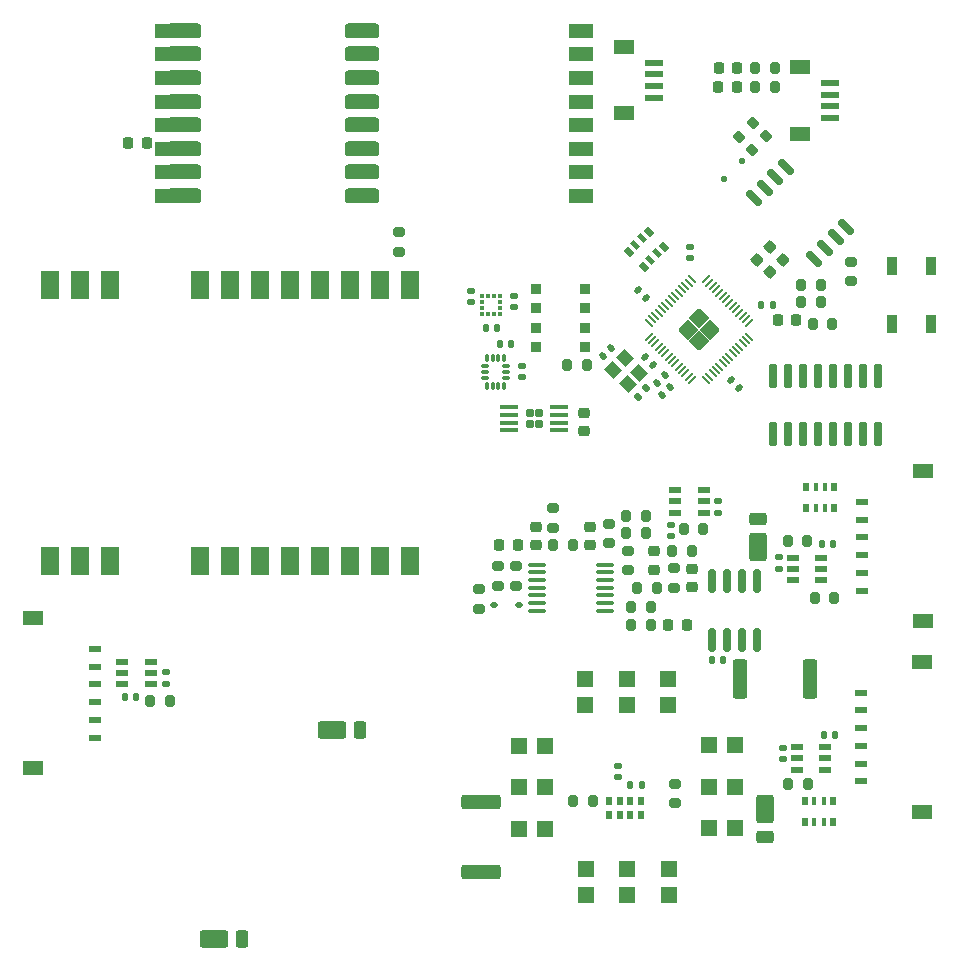
<source format=gbr>
%TF.GenerationSoftware,KiCad,Pcbnew,8.0.7*%
%TF.CreationDate,2025-03-06T17:29:39-08:00*%
%TF.ProjectId,FC_V5,46435f56-352e-46b6-9963-61645f706362,rev?*%
%TF.SameCoordinates,Original*%
%TF.FileFunction,Paste,Top*%
%TF.FilePolarity,Positive*%
%FSLAX46Y46*%
G04 Gerber Fmt 4.6, Leading zero omitted, Abs format (unit mm)*
G04 Created by KiCad (PCBNEW 8.0.7) date 2025-03-06 17:29:39*
%MOMM*%
%LPD*%
G01*
G04 APERTURE LIST*
G04 Aperture macros list*
%AMRoundRect*
0 Rectangle with rounded corners*
0 $1 Rounding radius*
0 $2 $3 $4 $5 $6 $7 $8 $9 X,Y pos of 4 corners*
0 Add a 4 corners polygon primitive as box body*
4,1,4,$2,$3,$4,$5,$6,$7,$8,$9,$2,$3,0*
0 Add four circle primitives for the rounded corners*
1,1,$1+$1,$2,$3*
1,1,$1+$1,$4,$5*
1,1,$1+$1,$6,$7*
1,1,$1+$1,$8,$9*
0 Add four rect primitives between the rounded corners*
20,1,$1+$1,$2,$3,$4,$5,0*
20,1,$1+$1,$4,$5,$6,$7,0*
20,1,$1+$1,$6,$7,$8,$9,0*
20,1,$1+$1,$8,$9,$2,$3,0*%
%AMRotRect*
0 Rectangle, with rotation*
0 The origin of the aperture is its center*
0 $1 length*
0 $2 width*
0 $3 Rotation angle, in degrees counterclockwise*
0 Add horizontal line*
21,1,$1,$2,0,0,$3*%
%AMFreePoly0*
4,1,19,0.563745,0.600348,0.608674,0.548496,0.619677,0.497915,0.619677,-0.497915,0.600348,-0.563745,0.548496,-0.608674,0.497915,-0.619677,-0.497915,-0.619677,-0.563745,-0.600348,-0.608674,-0.548496,-0.619677,-0.497915,-0.619677,0.397045,-0.600348,0.462875,-0.584014,0.483144,-0.483144,0.584014,-0.422927,0.616893,-0.397045,0.619677,0.497915,0.619677,0.563745,0.600348,0.563745,0.600348,
$1*%
%AMFreePoly1*
4,1,19,0.563745,0.600348,0.608674,0.548496,0.619677,0.497915,0.619677,-0.497915,0.600348,-0.563745,0.548496,-0.608674,0.497915,-0.619677,-0.397045,-0.619677,-0.462875,-0.600348,-0.483144,-0.584014,-0.584014,-0.483144,-0.616893,-0.422927,-0.619677,-0.397045,-0.619677,0.497915,-0.600348,0.563745,-0.548496,0.608674,-0.497915,0.619677,0.497915,0.619677,0.563745,0.600348,0.563745,0.600348,
$1*%
%AMFreePoly2*
4,1,19,0.462875,0.600348,0.483144,0.584014,0.584014,0.483144,0.616893,0.422927,0.619677,0.397045,0.619677,-0.497915,0.600348,-0.563745,0.548496,-0.608674,0.497915,-0.619677,-0.497915,-0.619677,-0.563745,-0.600348,-0.608674,-0.548496,-0.619677,-0.497915,-0.619677,0.497915,-0.600348,0.563745,-0.548496,0.608674,-0.497915,0.619677,0.397045,0.619677,0.462875,0.600348,0.462875,0.600348,
$1*%
%AMFreePoly3*
4,1,19,0.563745,0.600348,0.608674,0.548496,0.619677,0.497915,0.619677,-0.397045,0.600348,-0.462875,0.584014,-0.483144,0.483144,-0.584014,0.422927,-0.616893,0.397045,-0.619677,-0.497915,-0.619677,-0.563745,-0.600348,-0.608674,-0.548496,-0.619677,-0.497915,-0.619677,0.497915,-0.600348,0.563745,-0.548496,0.608674,-0.497915,0.619677,0.497915,0.619677,0.563745,0.600348,0.563745,0.600348,
$1*%
G04 Aperture macros list end*
%ADD10RoundRect,0.225000X-0.250000X0.225000X-0.250000X-0.225000X0.250000X-0.225000X0.250000X0.225000X0*%
%ADD11RoundRect,0.140000X0.140000X0.170000X-0.140000X0.170000X-0.140000X-0.170000X0.140000X-0.170000X0*%
%ADD12R,1.000000X0.550000*%
%ADD13RoundRect,0.140000X-0.021213X0.219203X-0.219203X0.021213X0.021213X-0.219203X0.219203X-0.021213X0*%
%ADD14RoundRect,0.200000X-0.200000X-0.275000X0.200000X-0.275000X0.200000X0.275000X-0.200000X0.275000X0*%
%ADD15RoundRect,0.075000X0.225000X-0.910000X0.225000X0.910000X-0.225000X0.910000X-0.225000X-0.910000X0*%
%ADD16RoundRect,0.140000X-0.140000X-0.170000X0.140000X-0.170000X0.140000X0.170000X-0.140000X0.170000X0*%
%ADD17R,1.400000X1.400000*%
%ADD18RoundRect,0.140000X0.021213X-0.219203X0.219203X-0.021213X-0.021213X0.219203X-0.219203X0.021213X0*%
%ADD19RoundRect,0.218750X0.218750X0.256250X-0.218750X0.256250X-0.218750X-0.256250X0.218750X-0.256250X0*%
%ADD20R,1.000000X0.600000*%
%ADD21R,1.800000X1.250000*%
%ADD22RotRect,0.800000X0.500000X135.000000*%
%ADD23RotRect,0.800000X0.400000X135.000000*%
%ADD24RoundRect,0.140000X0.170000X-0.140000X0.170000X0.140000X-0.170000X0.140000X-0.170000X-0.140000X0*%
%ADD25R,0.900000X0.900000*%
%ADD26RoundRect,0.140000X-0.170000X0.140000X-0.170000X-0.140000X0.170000X-0.140000X0.170000X0.140000X0*%
%ADD27RoundRect,0.225000X0.017678X-0.335876X0.335876X-0.017678X-0.017678X0.335876X-0.335876X0.017678X0*%
%ADD28RoundRect,0.135000X-0.035355X0.226274X-0.226274X0.035355X0.035355X-0.226274X0.226274X-0.035355X0*%
%ADD29RoundRect,0.225000X-0.225000X-0.250000X0.225000X-0.250000X0.225000X0.250000X-0.225000X0.250000X0*%
%ADD30RoundRect,0.200000X-0.275000X0.200000X-0.275000X-0.200000X0.275000X-0.200000X0.275000X0.200000X0*%
%ADD31RoundRect,0.200000X0.200000X0.275000X-0.200000X0.275000X-0.200000X-0.275000X0.200000X-0.275000X0*%
%ADD32RoundRect,0.218750X0.256250X-0.218750X0.256250X0.218750X-0.256250X0.218750X-0.256250X-0.218750X0*%
%ADD33RotRect,1.150000X1.000000X315.000000*%
%ADD34RoundRect,0.250000X0.950000X0.500000X-0.950000X0.500000X-0.950000X-0.500000X0.950000X-0.500000X0*%
%ADD35RoundRect,0.250000X0.275000X0.500000X-0.275000X0.500000X-0.275000X-0.500000X0.275000X-0.500000X0*%
%ADD36RoundRect,0.140000X0.219203X0.021213X0.021213X0.219203X-0.219203X-0.021213X-0.021213X-0.219203X0*%
%ADD37RoundRect,0.200000X0.275000X-0.200000X0.275000X0.200000X-0.275000X0.200000X-0.275000X-0.200000X0*%
%ADD38R,0.500000X0.800000*%
%ADD39R,0.400000X0.800000*%
%ADD40RoundRect,0.200000X0.053033X-0.335876X0.335876X-0.053033X-0.053033X0.335876X-0.335876X0.053033X0*%
%ADD41RoundRect,0.100000X0.637500X0.100000X-0.637500X0.100000X-0.637500X-0.100000X0.637500X-0.100000X0*%
%ADD42R,2.000000X1.300000*%
%ADD43R,1.550000X0.600000*%
%ADD44R,1.800000X1.200000*%
%ADD45RoundRect,0.087500X0.087500X-0.225000X0.087500X0.225000X-0.087500X0.225000X-0.087500X-0.225000X0*%
%ADD46RoundRect,0.087500X0.225000X-0.087500X0.225000X0.087500X-0.225000X0.087500X-0.225000X-0.087500X0*%
%ADD47R,1.500000X2.400000*%
%ADD48RoundRect,0.150000X-0.565685X0.353553X0.353553X-0.565685X0.565685X-0.353553X-0.353553X0.565685X0*%
%ADD49RoundRect,0.150000X-0.150000X0.825000X-0.150000X-0.825000X0.150000X-0.825000X0.150000X0.825000X0*%
%ADD50RoundRect,0.140000X-0.219203X-0.021213X-0.021213X-0.219203X0.219203X0.021213X0.021213X0.219203X0*%
%ADD51R,0.900000X1.500000*%
%ADD52RoundRect,0.125000X0.000000X-0.176777X0.176777X0.000000X0.000000X0.176777X-0.176777X0.000000X0*%
%ADD53RoundRect,0.250000X-0.500000X0.950000X-0.500000X-0.950000X0.500000X-0.950000X0.500000X0.950000X0*%
%ADD54RoundRect,0.250000X-0.500000X0.275000X-0.500000X-0.275000X0.500000X-0.275000X0.500000X0.275000X0*%
%ADD55FreePoly0,315.000000*%
%ADD56FreePoly1,315.000000*%
%ADD57FreePoly2,315.000000*%
%ADD58FreePoly3,315.000000*%
%ADD59RoundRect,0.050000X-0.309359X0.238649X0.238649X-0.309359X0.309359X-0.238649X-0.238649X0.309359X0*%
%ADD60RoundRect,0.050000X-0.309359X-0.238649X-0.238649X-0.309359X0.309359X0.238649X0.238649X0.309359X0*%
%ADD61RoundRect,0.225000X0.225000X0.250000X-0.225000X0.250000X-0.225000X-0.250000X0.225000X-0.250000X0*%
%ADD62RoundRect,0.317500X1.157500X0.317500X-1.157500X0.317500X-1.157500X-0.317500X1.157500X-0.317500X0*%
%ADD63RoundRect,0.250000X0.500000X-0.950000X0.500000X0.950000X-0.500000X0.950000X-0.500000X-0.950000X0*%
%ADD64RoundRect,0.250000X0.500000X-0.275000X0.500000X0.275000X-0.500000X0.275000X-0.500000X-0.275000X0*%
%ADD65RoundRect,0.250000X-0.362500X-1.425000X0.362500X-1.425000X0.362500X1.425000X-0.362500X1.425000X0*%
%ADD66R,0.375000X0.350000*%
%ADD67R,0.350000X0.375000*%
%ADD68RoundRect,0.112500X0.187500X0.112500X-0.187500X0.112500X-0.187500X-0.112500X0.187500X-0.112500X0*%
%ADD69RoundRect,0.157500X-0.157500X-0.217500X0.157500X-0.217500X0.157500X0.217500X-0.157500X0.217500X0*%
%ADD70RoundRect,0.100000X-0.687500X-0.100000X0.687500X-0.100000X0.687500X0.100000X-0.687500X0.100000X0*%
%ADD71RoundRect,0.200000X-0.053033X0.335876X-0.335876X0.053033X0.053033X-0.335876X0.335876X-0.053033X0*%
%ADD72RoundRect,0.250000X-1.425000X0.362500X-1.425000X-0.362500X1.425000X-0.362500X1.425000X0.362500X0*%
G04 APERTURE END LIST*
D10*
%TO.C,C43*%
X196200000Y-92325000D03*
X196200000Y-93875000D03*
%TD*%
D11*
%TO.C,C29*%
X207980000Y-113300000D03*
X207020000Y-113300000D03*
%TD*%
D12*
%TO.C,U19*%
X213884999Y-104612500D03*
X213885000Y-105562500D03*
X213884999Y-106512500D03*
X216285001Y-106512500D03*
X216285000Y-105562500D03*
X216285001Y-104612500D03*
%TD*%
D13*
%TO.C,C11*%
X203079411Y-89110589D03*
X202400589Y-89789411D03*
%TD*%
D14*
%TO.C,R7*%
X214575000Y-83000000D03*
X216225000Y-83000000D03*
%TD*%
D15*
%TO.C,U18*%
X212155000Y-94175000D03*
X213425000Y-94175000D03*
X214695000Y-94175000D03*
X215965000Y-94175000D03*
X217235000Y-94175000D03*
X218505000Y-94175000D03*
X219775000Y-94175000D03*
X221045000Y-94175000D03*
X221045000Y-89225000D03*
X219775000Y-89225000D03*
X218505000Y-89225000D03*
X217235000Y-89225000D03*
X215965000Y-89225000D03*
X214695000Y-89225000D03*
X213425000Y-89225000D03*
X212155000Y-89225000D03*
%TD*%
D11*
%TO.C,C52*%
X158260000Y-116432500D03*
X157300000Y-116432500D03*
%TD*%
D16*
%TO.C,C44*%
X216305000Y-103462500D03*
X217265000Y-103462500D03*
%TD*%
D17*
%TO.C,C1022*%
X203300000Y-117099999D03*
X203299999Y-114900000D03*
%TD*%
D14*
%TO.C,R30*%
X200181249Y-110350000D03*
X201831249Y-110350000D03*
%TD*%
D18*
%TO.C,C4*%
X202780589Y-90849411D03*
X203459411Y-90170589D03*
%TD*%
D19*
%TO.C,D1*%
X209157500Y-63130000D03*
X207582500Y-63130000D03*
%TD*%
D20*
%TO.C,J26*%
X219630000Y-123550000D03*
X219630000Y-122050000D03*
X219630000Y-120550000D03*
X219630000Y-119050000D03*
X219630000Y-117550000D03*
X219630000Y-116050000D03*
D21*
X224820000Y-126155000D03*
X224820000Y-113445000D03*
%TD*%
D17*
%TO.C,C1021*%
X196300000Y-117100000D03*
X196299999Y-114900001D03*
%TD*%
D22*
%TO.C,R6*%
X201245736Y-79979848D03*
D23*
X201811421Y-79414163D03*
X202377107Y-78848477D03*
D22*
X202942792Y-78282792D03*
X201670000Y-77010000D03*
D23*
X201104315Y-77575685D03*
X200538629Y-78141371D03*
D22*
X199972944Y-78707056D03*
%TD*%
D24*
%TO.C,C18*%
X199100000Y-123180000D03*
X199100000Y-122220000D03*
%TD*%
D25*
%TO.C,SW2*%
X196250000Y-85200000D03*
X192150000Y-85200000D03*
X196250000Y-86800000D03*
X192150000Y-86800000D03*
%TD*%
D16*
%TO.C,C32*%
X189040000Y-86550000D03*
X190000000Y-86550000D03*
%TD*%
D14*
%TO.C,R27*%
X215575000Y-84800000D03*
X217225000Y-84800000D03*
%TD*%
D17*
%TO.C,C1018*%
X192850000Y-124050000D03*
X190650001Y-124050001D03*
%TD*%
D26*
%TO.C,C34*%
X190300000Y-82430000D03*
X190300000Y-83390000D03*
%TD*%
D27*
%TO.C,C3*%
X210853984Y-79396016D03*
X211950000Y-78300000D03*
%TD*%
D24*
%TO.C,C50*%
X160800000Y-115280000D03*
X160800000Y-114320000D03*
%TD*%
D17*
%TO.C,C1023*%
X203350000Y-130950001D03*
X203350001Y-133150000D03*
%TD*%
D28*
%TO.C,R2*%
X201460624Y-90269376D03*
X200739376Y-90990624D03*
%TD*%
D29*
%TO.C,C14*%
X157625000Y-69500000D03*
X159175000Y-69500000D03*
%TD*%
D30*
%TO.C,R26*%
X218800000Y-79575000D03*
X218800000Y-81225000D03*
%TD*%
D31*
%TO.C,R14*%
X196925000Y-125200000D03*
X195275000Y-125200000D03*
%TD*%
%TO.C,R28*%
X202331249Y-107149999D03*
X200681249Y-107149999D03*
%TD*%
D32*
%TO.C,D6*%
X202106250Y-105637501D03*
X202106250Y-104062499D03*
%TD*%
D17*
%TO.C,C1017*%
X192849999Y-120549999D03*
X190650000Y-120550000D03*
%TD*%
D33*
%TO.C,Y1*%
X198642614Y-88692512D03*
X199880051Y-89929949D03*
X200870000Y-88940000D03*
X199632563Y-87702563D03*
%TD*%
D34*
%TO.C,D11*%
X164850000Y-136900000D03*
D35*
X167225000Y-136900000D03*
%TD*%
D27*
%TO.C,C8*%
X211931992Y-80468008D03*
X213028008Y-79371992D03*
%TD*%
D36*
%TO.C,C10*%
X201439411Y-82639411D03*
X200760589Y-81960589D03*
%TD*%
D31*
%TO.C,R48*%
X161105000Y-116732500D03*
X159455000Y-116732500D03*
%TD*%
D37*
%TO.C,R19*%
X199906250Y-105675000D03*
X199906250Y-104025000D03*
%TD*%
D38*
%TO.C,R25*%
X215000000Y-100400000D03*
D39*
X215800000Y-100400000D03*
X216600000Y-100400000D03*
D38*
X217400000Y-100400000D03*
X217400000Y-98600000D03*
D39*
X216600000Y-98600000D03*
X215800000Y-98600000D03*
D38*
X215000000Y-98600000D03*
%TD*%
D37*
%TO.C,R33*%
X188906250Y-106975000D03*
X188906250Y-105325000D03*
%TD*%
D17*
%TO.C,C1027*%
X206750000Y-124000000D03*
X208950000Y-124000000D03*
%TD*%
D24*
%TO.C,C26*%
X207523750Y-100815000D03*
X207523750Y-99855000D03*
%TD*%
D10*
%TO.C,C20*%
X205306251Y-105575000D03*
X205306251Y-107125000D03*
%TD*%
D40*
%TO.C,R12*%
X209316637Y-68983363D03*
X210483363Y-67816637D03*
%TD*%
D41*
%TO.C,U1*%
X197968750Y-109100000D03*
X197968750Y-108450000D03*
X197968750Y-107800000D03*
X197968750Y-107150000D03*
X197968750Y-106500000D03*
X197968750Y-105850000D03*
X197968750Y-105200000D03*
X192243750Y-105200000D03*
X192243750Y-105850000D03*
X192243750Y-106500000D03*
X192243750Y-107150000D03*
X192243750Y-107800000D03*
X192243750Y-108450000D03*
X192243750Y-109100000D03*
%TD*%
D42*
%TO.C,U4*%
X160910000Y-60001499D03*
X160910000Y-62001499D03*
X160910000Y-64001499D03*
X160910000Y-66001499D03*
X160910000Y-68001499D03*
X160910000Y-70001499D03*
X160910000Y-72001499D03*
X160910000Y-74001499D03*
X195910000Y-74001499D03*
X195910000Y-72001499D03*
X195910000Y-70001499D03*
X195910000Y-68001499D03*
X195910000Y-66001499D03*
X195910000Y-64001499D03*
X195910000Y-62001499D03*
X195910000Y-60001499D03*
%TD*%
D43*
%TO.C,J5*%
X217012500Y-67400000D03*
X217012500Y-66400000D03*
X217012500Y-65400000D03*
X217012500Y-64400000D03*
D44*
X214487500Y-68700000D03*
X214487500Y-63100000D03*
%TD*%
D37*
%TO.C,R35*%
X190406250Y-106975000D03*
X190406250Y-105325000D03*
%TD*%
D14*
%TO.C,R4*%
X210685000Y-63130000D03*
X212335000Y-63130000D03*
%TD*%
D43*
%TO.C,J9*%
X202100000Y-65700000D03*
X202100000Y-64700000D03*
X202100000Y-63700000D03*
X202100000Y-62700000D03*
D44*
X199575000Y-67000000D03*
X199575000Y-61400000D03*
%TD*%
D14*
%TO.C,R18*%
X199781250Y-102550000D03*
X201431250Y-102550000D03*
%TD*%
D30*
%TO.C,R31*%
X193606250Y-100425000D03*
X193606250Y-102075000D03*
%TD*%
D45*
%TO.C,U7*%
X187950000Y-90062500D03*
X188450000Y-90062500D03*
X188950000Y-90062500D03*
X189450000Y-90062500D03*
D46*
X189612500Y-89400000D03*
X189612500Y-88900000D03*
X189612500Y-88400000D03*
D45*
X189450000Y-87737500D03*
X188950000Y-87737500D03*
X188450000Y-87737500D03*
X187950000Y-87737500D03*
D46*
X187787500Y-88400000D03*
X187787500Y-88900000D03*
X187787500Y-89400000D03*
%TD*%
D13*
%TO.C,C2*%
X198499411Y-86870589D03*
X197820589Y-87549411D03*
%TD*%
D14*
%TO.C,R29*%
X200181250Y-108750000D03*
X201831250Y-108750000D03*
%TD*%
D29*
%TO.C,C6*%
X212585000Y-84500000D03*
X214135000Y-84500000D03*
%TD*%
D26*
%TO.C,C49*%
X213000000Y-120720000D03*
X213000000Y-121680000D03*
%TD*%
D17*
%TO.C,C1024*%
X199849999Y-130950001D03*
X199850000Y-133150000D03*
%TD*%
D31*
%TO.C,R16*%
X201431250Y-101050000D03*
X199781250Y-101050000D03*
%TD*%
D24*
%TO.C,C9*%
X205200000Y-79280000D03*
X205200000Y-78320000D03*
%TD*%
D47*
%TO.C,U2*%
X151020000Y-104900000D03*
X153560000Y-104900000D03*
X156100000Y-104900000D03*
X163700000Y-104900000D03*
X166240000Y-104900000D03*
X168780000Y-104900000D03*
X171320000Y-104900000D03*
X173860000Y-104900000D03*
X176400000Y-104900000D03*
X178940000Y-104900000D03*
X181480000Y-104900000D03*
X181480001Y-81500000D03*
X178939999Y-81500000D03*
X176400000Y-81500000D03*
X173860000Y-81500000D03*
X171320000Y-81500000D03*
X168779999Y-81500000D03*
X166240000Y-81500000D03*
X163700000Y-81500000D03*
X156100000Y-81500001D03*
X153560000Y-81500000D03*
X151020000Y-81500000D03*
%TD*%
D48*
%TO.C,U6*%
X213301454Y-71507377D03*
X212403428Y-72405403D03*
X211505403Y-73303428D03*
X210607377Y-74201454D03*
X215698546Y-79292623D03*
X216596572Y-78394597D03*
X217494597Y-77496572D03*
X218392623Y-76598546D03*
%TD*%
D19*
%TO.C,D2*%
X209137500Y-64730000D03*
X207562500Y-64730000D03*
%TD*%
D49*
%TO.C,U14*%
X210805000Y-106625000D03*
X209535000Y-106625000D03*
X208265000Y-106625000D03*
X206995000Y-106625000D03*
X206995000Y-111575000D03*
X208265000Y-111575000D03*
X209535000Y-111575000D03*
X210805000Y-111575000D03*
%TD*%
D31*
%TO.C,R21*%
X205331251Y-104050000D03*
X203681251Y-104050000D03*
%TD*%
D50*
%TO.C,C7*%
X208660589Y-89560589D03*
X209339411Y-90239411D03*
%TD*%
D17*
%TO.C,C1019*%
X192849999Y-127550000D03*
X190650000Y-127550001D03*
%TD*%
%TO.C,C1025*%
X199800000Y-117099999D03*
X199799999Y-114900000D03*
%TD*%
D14*
%TO.C,R8*%
X214575000Y-81500000D03*
X216225000Y-81500000D03*
%TD*%
D51*
%TO.C,LED1*%
X225550000Y-79950000D03*
X222250000Y-79950000D03*
X222250000Y-84850000D03*
X225550000Y-84850000D03*
%TD*%
D12*
%TO.C,U22*%
X214200000Y-120650000D03*
X214200000Y-121600000D03*
X214200000Y-122550000D03*
X216600000Y-122550000D03*
X216600000Y-121600000D03*
X216600000Y-120650000D03*
%TD*%
D17*
%TO.C,C1028*%
X206750000Y-127500000D03*
X208949999Y-127499999D03*
%TD*%
D50*
%TO.C,C1*%
X201360589Y-87660589D03*
X202039411Y-88339411D03*
%TD*%
D52*
%TO.C,D4*%
X208022183Y-72577817D03*
X209577817Y-71022183D03*
%TD*%
D16*
%TO.C,C17*%
X200120000Y-123900000D03*
X201080000Y-123900000D03*
%TD*%
D14*
%TO.C,R3*%
X210685000Y-64750000D03*
X212335000Y-64750000D03*
%TD*%
%TO.C,R1*%
X194775000Y-88300000D03*
X196425000Y-88300000D03*
%TD*%
D53*
%TO.C,D12*%
X210900000Y-103750000D03*
D54*
X210900000Y-101375000D03*
%TD*%
D55*
%TO.C,IC1*%
X205930000Y-84355406D03*
D56*
X204975406Y-85310000D03*
D57*
X206884594Y-85310000D03*
D58*
X205930000Y-86264594D03*
D59*
X205337798Y-81040843D03*
X205054955Y-81323686D03*
X204772113Y-81606528D03*
X204489270Y-81889371D03*
X204206427Y-82172214D03*
X203923585Y-82455056D03*
X203640742Y-82737899D03*
X203357899Y-83020742D03*
X203075056Y-83303585D03*
X202792214Y-83586427D03*
X202509371Y-83869270D03*
X202226528Y-84152113D03*
X201943686Y-84434955D03*
X201660843Y-84717798D03*
D60*
X201660843Y-85902202D03*
X201943686Y-86185045D03*
X202226528Y-86467887D03*
X202509371Y-86750730D03*
X202792214Y-87033573D03*
X203075056Y-87316415D03*
X203357899Y-87599258D03*
X203640742Y-87882101D03*
X203923585Y-88164944D03*
X204206427Y-88447786D03*
X204489270Y-88730629D03*
X204772113Y-89013472D03*
X205054955Y-89296314D03*
X205337798Y-89579157D03*
D59*
X206522202Y-89579157D03*
X206805045Y-89296314D03*
X207087887Y-89013472D03*
X207370730Y-88730629D03*
X207653573Y-88447786D03*
X207936415Y-88164944D03*
X208219258Y-87882101D03*
X208502101Y-87599258D03*
X208784944Y-87316415D03*
X209067786Y-87033573D03*
X209350629Y-86750730D03*
X209633472Y-86467887D03*
X209916314Y-86185045D03*
X210199157Y-85902202D03*
D60*
X210199157Y-84717798D03*
X209916314Y-84434955D03*
X209633472Y-84152113D03*
X209350629Y-83869270D03*
X209067786Y-83586427D03*
X208784944Y-83303585D03*
X208502101Y-83020742D03*
X208219258Y-82737899D03*
X207936415Y-82455056D03*
X207653573Y-82172214D03*
X207370730Y-81889371D03*
X207087887Y-81606528D03*
X206805045Y-81323686D03*
X206522202Y-81040843D03*
%TD*%
D61*
%TO.C,C21*%
X204881250Y-110350001D03*
X203331250Y-110350001D03*
%TD*%
D16*
%TO.C,C31*%
X187860000Y-85190000D03*
X188820000Y-85190000D03*
%TD*%
D14*
%TO.C,R46*%
X213460000Y-103162500D03*
X215110000Y-103162500D03*
%TD*%
D34*
%TO.C,D14*%
X174850000Y-119200000D03*
D35*
X177225000Y-119200000D03*
%TD*%
D62*
%TO.C,U5*%
X177385000Y-74000000D03*
X177385000Y-72000000D03*
X177385000Y-70000000D03*
X177385000Y-68000000D03*
X177385000Y-66000000D03*
X177385000Y-64000000D03*
X177385000Y-62000000D03*
X177385000Y-60000000D03*
X162335000Y-60000000D03*
X162335000Y-62000000D03*
X162335000Y-64000000D03*
X162335000Y-66000000D03*
X162335000Y-68000000D03*
X162335000Y-70000000D03*
X162335000Y-72000000D03*
X162335000Y-74000000D03*
%TD*%
D16*
%TO.C,C51*%
X216520000Y-119600000D03*
X217480000Y-119600000D03*
%TD*%
D63*
%TO.C,D10*%
X211500000Y-125925000D03*
D64*
X211500000Y-128300000D03*
%TD*%
D11*
%TO.C,C5*%
X212180000Y-83200000D03*
X211220000Y-83200000D03*
%TD*%
D65*
%TO.C,R72*%
X209437500Y-114900000D03*
X215362500Y-114900000D03*
%TD*%
D66*
%TO.C,U8*%
X187557500Y-82470000D03*
X187557500Y-82970000D03*
X187557500Y-83470000D03*
X187557500Y-83970000D03*
D67*
X188070000Y-83982500D03*
X188570000Y-83982500D03*
D66*
X189082500Y-83970000D03*
X189082500Y-83470000D03*
X189082500Y-82970000D03*
X189082500Y-82470000D03*
D67*
X188570000Y-82457500D03*
X188070000Y-82457500D03*
%TD*%
D17*
%TO.C,C1026*%
X206750000Y-120500000D03*
X208949999Y-120499999D03*
%TD*%
D14*
%TO.C,R32*%
X193581251Y-103550000D03*
X195231251Y-103550000D03*
%TD*%
D68*
%TO.C,D7*%
X190700000Y-108600000D03*
X188600000Y-108600000D03*
%TD*%
D30*
%TO.C,R17*%
X198306250Y-101725000D03*
X198306250Y-103375000D03*
%TD*%
D38*
%TO.C,R39*%
X217300000Y-127000000D03*
D39*
X216500000Y-127000000D03*
X215700000Y-127000000D03*
D38*
X214900000Y-127000000D03*
X214900000Y-125200000D03*
D39*
X215700000Y-125200000D03*
X216500000Y-125200000D03*
D38*
X217300000Y-125200000D03*
%TD*%
D25*
%TO.C,SW1*%
X196250000Y-81900000D03*
X192150000Y-81900000D03*
X196250000Y-83500000D03*
X192150000Y-83500000D03*
%TD*%
D20*
%TO.C,J27*%
X154770000Y-112350000D03*
X154770000Y-113850000D03*
X154770000Y-115350000D03*
X154770000Y-116850000D03*
X154770000Y-118350000D03*
X154770000Y-119850000D03*
D21*
X149580000Y-109745000D03*
X149580000Y-122455000D03*
%TD*%
D26*
%TO.C,C38*%
X212700000Y-104582499D03*
X212700000Y-105542499D03*
%TD*%
D17*
%TO.C,C1020*%
X196350000Y-130950001D03*
X196350001Y-133150000D03*
%TD*%
D10*
%TO.C,C24*%
X196706250Y-101975000D03*
X196706250Y-103525000D03*
%TD*%
D38*
%TO.C,IC3*%
X198300000Y-126400000D03*
X199200000Y-126400000D03*
X200100000Y-126400000D03*
X201000000Y-126400000D03*
X201000000Y-125200000D03*
X200100000Y-125200000D03*
X199200000Y-125200000D03*
X198300000Y-125200000D03*
%TD*%
D10*
%TO.C,C22*%
X192106250Y-102000000D03*
X192106250Y-103550000D03*
%TD*%
D37*
%TO.C,R22*%
X203806250Y-107175001D03*
X203806250Y-105525001D03*
%TD*%
D24*
%TO.C,C33*%
X186600000Y-82980000D03*
X186600000Y-82020000D03*
%TD*%
D37*
%TO.C,R5*%
X203900000Y-125425000D03*
X203900000Y-123775000D03*
%TD*%
D31*
%TO.C,R23*%
X206298750Y-102185000D03*
X204648750Y-102185000D03*
%TD*%
D29*
%TO.C,C23*%
X189031250Y-103550001D03*
X190581250Y-103550001D03*
%TD*%
D20*
%TO.C,J24*%
X219740000Y-107400001D03*
X219740000Y-105900001D03*
X219740000Y-104400002D03*
X219740000Y-102900000D03*
X219740000Y-101400001D03*
X219740000Y-99900001D03*
D21*
X224930000Y-110005001D03*
X224930000Y-97295001D03*
%TD*%
D69*
%TO.C,U16*%
X191600000Y-92400000D03*
X191600000Y-93300000D03*
X192350000Y-92400000D03*
X192350000Y-93300000D03*
D70*
X189862500Y-91875000D03*
X189862500Y-92525000D03*
X189862500Y-93175000D03*
X189862500Y-93825000D03*
X194087500Y-93825000D03*
X194087500Y-93175000D03*
X194087500Y-92525000D03*
X194087500Y-91875000D03*
%TD*%
D12*
%TO.C,U23*%
X159500000Y-115350000D03*
X159500000Y-114400000D03*
X159500000Y-113450000D03*
X157100000Y-113450000D03*
X157100000Y-114400000D03*
X157100000Y-115350000D03*
%TD*%
D30*
%TO.C,R34*%
X187300000Y-107275000D03*
X187300000Y-108925000D03*
%TD*%
D71*
%TO.C,R10*%
X211583363Y-68916637D03*
X210416637Y-70083363D03*
%TD*%
D72*
%TO.C,R73*%
X187500000Y-125337500D03*
X187500000Y-131262500D03*
%TD*%
D26*
%TO.C,C28*%
X203523750Y-101854999D03*
X203523750Y-102814999D03*
%TD*%
D37*
%TO.C,R13*%
X180500000Y-78725000D03*
X180500000Y-77075000D03*
%TD*%
D12*
%TO.C,U3*%
X206318750Y-100800000D03*
X206318749Y-99850000D03*
X206318750Y-98900000D03*
X203918748Y-98900000D03*
X203918749Y-99850000D03*
X203918748Y-100800000D03*
%TD*%
D31*
%TO.C,R15*%
X217400000Y-108000000D03*
X215750000Y-108000000D03*
%TD*%
D24*
%TO.C,C35*%
X190930000Y-89350000D03*
X190930000Y-88390000D03*
%TD*%
D14*
%TO.C,R47*%
X213475000Y-123800000D03*
X215125000Y-123800000D03*
%TD*%
M02*

</source>
